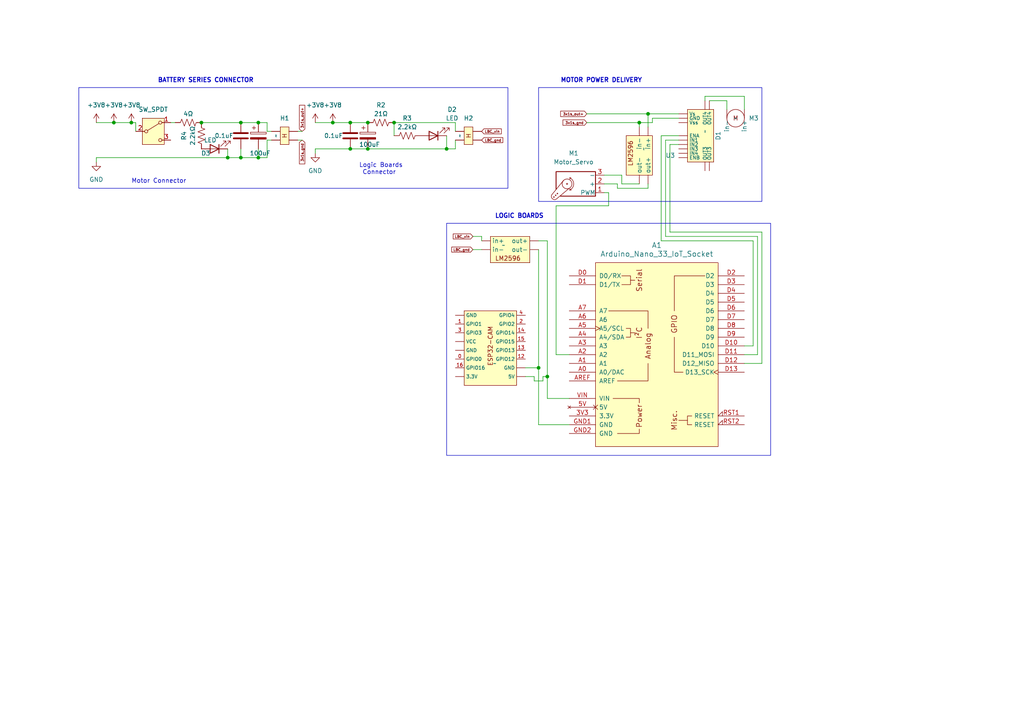
<source format=kicad_sch>
(kicad_sch (version 20230121) (generator eeschema)
  (paper "A4")
  (lib_symbols
    (symbol "2x1_headers_1"
      (property "Reference" "H" (at 0 0 0))
      (symbol "2x1_headers_1_1_1"
        (rectangle (start -2.54 1.27) (end 2.54 -1.27) (fill (type background)))
        (text "H\n" (at 0 0 0) (effects (font (size 1.27 1.27))))
        (pin input line (at -1.27 -3.81 90) (length 2.54) (name "") (number ""))
        (pin output line (at -1.27 3.81 270) (length 2.54) (name "") (number ""))
        (pin input line (at 1.27 -3.81 90) (length 2.54) (name "") (number ""))
        (pin output line (at 1.27 3.81 270) (length 2.54) (name "") (number ""))
      )
    )
    (symbol "Device:C" (pin_numbers hide) (pin_names (offset 0.254))
      (property "Reference" "C" (at 0.635 2.54 0))
      (property "Value" "C" (at 0.635 -2.54 0))
      (symbol "C_0_1"
        (polyline (pts (xy -2.032 -0.762) (xy 2.032 -0.762)) (stroke (width 0.508)))
        (polyline (pts (xy -2.032 0.762) (xy 2.032 0.762)) (stroke (width 0.508)))
      )
      (symbol "C_1_1"
        (pin passive line (at 0 3.81 270) (length 2.794) (name "~") (number "1"))
        (pin passive line (at 0 -3.81 90) (length 2.794) (name "~") (number "2"))
      )
    )
    (symbol "Device:C_Polarized" (pin_numbers hide) (pin_names (offset 0.254))
      (property "Reference" "C" (at 0.635 2.54 0))
      (property "Value" "C_Polarized" (at 0.635 -2.54 0))
      (symbol "C_Polarized_0_1"
        (rectangle (start -2.286 0.508) (end 2.286 1.016))
        (polyline (pts (xy -1.778 2.286) (xy -0.762 2.286)))
        (polyline (pts (xy -1.27 2.794) (xy -1.27 1.778)))
        (rectangle (start 2.286 -0.508) (end -2.286 -1.016) (fill (type outline)))
      )
      (symbol "C_Polarized_1_1"
        (pin passive line (at 0 3.81 270) (length 2.794) (name "~") (number "1"))
        (pin passive line (at 0 -3.81 90) (length 2.794) (name "~") (number "2"))
      )
    )
    (symbol "Device:LED" (pin_numbers hide) (pin_names (offset 1.016) hide)
      (property "Reference" "D" (at 0 2.54 0))
      (property "Value" "LED" (at 0 -2.54 0))
      (symbol "LED_0_1"
        (polyline (pts (xy -1.27 -1.27) (xy -1.27 1.27)) (stroke (width 0.254)))
        (polyline (pts (xy -1.27 0) (xy 1.27 0)))
        (polyline (pts (xy 1.27 -1.27) (xy 1.27 1.27) (xy -1.27 0) (xy 1.27 -1.27)) (stroke (width 0.254)))
        (polyline (pts (xy -3.048 -0.762) (xy -4.572 -2.286) (xy -3.81 -2.286) (xy -4.572 -2.286) (xy -4.572 -1.524)))
        (polyline (pts (xy -1.778 -0.762) (xy -3.302 -2.286) (xy -2.54 -2.286) (xy -3.302 -2.286) (xy -3.302 -1.524)))
      )
      (symbol "LED_1_1"
        (pin passive line (at -3.81 0 0) (length 2.54) (name "K") (number "1"))
        (pin passive line (at 3.81 0 180) (length 2.54) (name "A") (number "2"))
      )
    )
    (symbol "Device:R_US" (pin_numbers hide) (pin_names (offset 0))
      (property "Reference" "R" (at 2.54 0 90))
      (property "Value" "R_US" (at -2.54 0 90))
      (symbol "R_US_0_1"
        (polyline (pts (xy 0 -2.286) (xy 0 -2.54)))
        (polyline (pts (xy 0 2.286) (xy 0 2.54)))
        (polyline (pts (xy 0 -0.762) (xy 1.016 -1.143) (xy 0 -1.524) (xy -1.016 -1.905) (xy 0 -2.286)))
        (polyline (pts (xy 0 0.762) (xy 1.016 0.381) (xy 0 0) (xy -1.016 -0.381) (xy 0 -0.762)))
        (polyline (pts (xy 0 2.286) (xy 1.016 1.905) (xy 0 1.524) (xy -1.016 1.143) (xy 0 0.762)))
      )
      (symbol "R_US_1_1"
        (pin passive line (at 0 3.81 270) (length 1.27) (name "~") (number "1"))
        (pin passive line (at 0 -3.81 90) (length 1.27) (name "~") (number "2"))
      )
    )
    (symbol "ESP32-CAM_1"
      (property "Reference" "M" (at 0 0 0))
      (symbol "ESP32-CAM_1_1_1"
        (rectangle (start -6.35 6.35) (end 8.89 -15.24) (fill (type background)))
        (text "ESP32-CAM\n" (at 1.27 -5.08 900) (effects (font (size 1.27 1.27))))
        (pin input line (at 11.43 3.81 180) (length 2.54) (name "3.3V") (number ""))
        (pin input line (at -8.89 3.81 0) (length 2.54) (name "5V") (number ""))
        (pin input line (at -8.89 1.27 0) (length 2.54) (name "GND") (number ""))
        (pin input line (at 11.43 -13.97 180) (length 2.54) (name "GND") (number ""))
        (pin input line (at 11.43 -3.81 180) (length 2.54) (name "GND") (number ""))
        (pin input line (at 11.43 -6.35 180) (length 2.54) (name "VCC") (number ""))
        (pin bidirectional line (at 11.43 -1.27 180) (length 2.54) (name "GPIO0") (number "0"))
        (pin bidirectional line (at 11.43 -11.43 180) (length 2.54) (name "GPIO1") (number "1"))
        (pin bidirectional line (at -8.89 -1.27 0) (length 2.54) (name "GPIO12") (number "12"))
        (pin bidirectional line (at -8.89 -3.81 0) (length 2.54) (name "GPIO13") (number "13"))
        (pin bidirectional line (at -8.89 -8.89 0) (length 2.54) (name "GPIO14") (number "14"))
        (pin bidirectional line (at -8.89 -6.35 0) (length 2.54) (name "GPIO15") (number "15"))
        (pin bidirectional line (at 11.43 1.27 180) (length 2.54) (name "GPIO16") (number "16"))
        (pin bidirectional line (at -8.89 -11.43 0) (length 2.54) (name "GPIO2") (number "2"))
        (pin bidirectional line (at 11.43 -8.89 180) (length 2.54) (name "GPIO3") (number "3"))
        (pin bidirectional line (at -8.89 -13.97 0) (length 2.54) (name "GPIO4") (number "4"))
      )
    )
    (symbol "Motor:Motor_Servo" (pin_names (offset 0.0254))
      (property "Reference" "M" (at -5.08 4.445 0))
      (property "Value" "Motor_Servo" (at -5.08 -4.064 0))
      (symbol "Motor_Servo_0_1"
        (polyline (pts (xy 2.413 -1.778) (xy 2.032 -1.778)))
        (polyline (pts (xy 2.413 -1.778) (xy 2.286 -1.397)))
        (polyline (pts (xy 2.413 1.778) (xy 1.905 1.778)))
        (polyline (pts (xy 2.413 1.778) (xy 2.286 1.397)))
        (polyline (pts (xy 6.35 4.445) (xy 2.54 1.27)))
        (polyline (pts (xy 7.62 3.175) (xy 4.191 -1.016)))
        (polyline (pts (xy 5.08 3.556) (xy -5.08 3.556) (xy -5.08 -3.556) (xy 6.35 -3.556) (xy 6.35 1.524)) (stroke (width 0.254)))
        (arc (start 2.413 1.778) (mid 1.2406 0) (end 2.413 -1.778))
        (circle (center 3.175 0) (radius 0.1778))
        (circle (center 3.175 0) (radius 1.4224))
        (circle (center 5.969 2.794) (radius 0.127))
        (circle (center 6.477 3.302) (radius 0.127))
        (circle (center 6.985 3.81) (radius 0.127))
        (arc (start 7.62 3.175) (mid 7.4485 4.2735) (end 6.35 4.445))
      )
      (symbol "Motor_Servo_1_1"
        (pin passive line (at -7.62 2.54 0) (length 2.54) (name "PWM") (number "1"))
        (pin passive line (at -7.62 0 0) (length 2.54) (name "+") (number "2"))
        (pin passive line (at -7.62 -2.54 0) (length 2.54) (name "-") (number "3"))
      )
    )
    (symbol "PCM_arduino-library:Arduino_Nano_33_IoT_Socket" (pin_names (offset 1.016))
      (property "Reference" "A" (at 0 33.02 0))
      (property "Value" "Arduino_Nano_33_IoT_Socket" (at 0 29.21 0))
      (symbol "Arduino_Nano_33_IoT_Socket_0_0"
        (rectangle (start -17.78 26.67) (end 17.78 -26.67) (fill (type background)))
        (polyline (pts (xy -7.62 6.35) (xy -6.35 6.35)))
        (polyline (pts (xy -7.62 21.59) (xy -6.35 21.59)))
        (polyline (pts (xy 8.89 -19.05) (xy 6.35 -19.05)))
        (polyline (pts (xy -11.43 -22.86) (xy -5.08 -22.86) (xy -5.08 -21.59)))
        (polyline (pts (xy -5.08 -13.97) (xy -5.08 -12.7) (xy -12.7 -12.7)))
        (polyline (pts (xy -10.16 22.86) (xy -7.62 22.86) (xy -7.62 20.32) (xy -10.16 20.32)))
        (polyline (pts (xy -8.89 7.62) (xy -7.62 7.62) (xy -7.62 5.08) (xy -8.89 5.08)))
        (text "Analog" (at -2.54 2.54 900) (effects (font (size 1.524 1.524))))
        (text "I²C" (at -5.08 6.35 900) (effects (font (size 1.524 1.524))))
        (text "Misc." (at 5.08 -19.05 900) (effects (font (size 1.524 1.524))))
        (text "Power" (at -5.08 -17.78 900) (effects (font (size 1.524 1.524))))
        (text "Serial" (at -5.08 21.59 900) (effects (font (size 1.524 1.524))))
      )
      (symbol "Arduino_Nano_33_IoT_Socket_0_1"
        (polyline (pts (xy -13.97 12.7) (xy -2.54 12.7) (xy -2.54 7.62)))
        (polyline (pts (xy -11.43 -7.62) (xy -2.54 -7.62) (xy -2.54 -2.54)))
        (polyline (pts (xy 7.62 -5.08) (xy 5.08 -5.08) (xy 5.08 5.08)))
        (polyline (pts (xy 13.97 22.86) (xy 5.08 22.86) (xy 5.08 12.7)))
        (polyline (pts (xy 10.16 -17.78) (xy 8.89 -17.78) (xy 8.89 -20.32) (xy 10.16 -20.32)))
      )
      (symbol "Arduino_Nano_33_IoT_Socket_1_0"
        (text "GPIO" (at 5.08 8.89 900) (effects (font (size 1.524 1.524))))
      )
      (symbol "Arduino_Nano_33_IoT_Socket_1_1"
        (pin power_in line (at -25.4 -17.78 0) (length 7.62) (name "3.3V") (number "3V3"))
        (pin no_connect non_logic (at -25.4 -15.24 0) (length 7.62) (name "5V") (number "5V"))
        (pin bidirectional line (at -25.4 -5.08 0) (length 7.62) (name "A0/DAC") (number "A0"))
        (pin bidirectional line (at -25.4 -2.54 0) (length 7.62) (name "A1") (number "A1"))
        (pin bidirectional line (at -25.4 0 0) (length 7.62) (name "A2") (number "A2"))
        (pin bidirectional line (at -25.4 2.54 0) (length 7.62) (name "A3") (number "A3"))
        (pin bidirectional line (at -25.4 5.08 0) (length 7.62) (name "A4/SDA") (number "A4"))
        (pin bidirectional clock (at -25.4 7.62 0) (length 7.62) (name "A5/SCL") (number "A5"))
        (pin input line (at -25.4 10.16 0) (length 7.62) (name "A6") (number "A6"))
        (pin input line (at -25.4 12.7 0) (length 7.62) (name "A7") (number "A7"))
        (pin input line (at -25.4 -7.62 0) (length 7.62) (name "AREF") (number "AREF"))
        (pin bidirectional line (at -25.4 22.86 0) (length 7.62) (name "D0/RX") (number "D0"))
        (pin bidirectional line (at -25.4 20.32 0) (length 7.62) (name "D1/TX") (number "D1"))
        (pin bidirectional line (at 25.4 2.54 180) (length 7.62) (name "D10") (number "D10"))
        (pin bidirectional line (at 25.4 0 180) (length 7.62) (name "D11_MOSI") (number "D11"))
        (pin bidirectional line (at 25.4 -2.54 180) (length 7.62) (name "D12_MISO") (number "D12"))
        (pin bidirectional clock (at 25.4 -5.08 180) (length 7.62) (name "D13_SCK") (number "D13"))
        (pin bidirectional line (at 25.4 22.86 180) (length 7.62) (name "D2") (number "D2"))
        (pin bidirectional line (at 25.4 20.32 180) (length 7.62) (name "D3") (number "D3"))
        (pin bidirectional line (at 25.4 17.78 180) (length 7.62) (name "D4") (number "D4"))
        (pin bidirectional line (at 25.4 15.24 180) (length 7.62) (name "D5") (number "D5"))
        (pin bidirectional line (at 25.4 12.7 180) (length 7.62) (name "D6") (number "D6"))
        (pin bidirectional line (at 25.4 10.16 180) (length 7.62) (name "D7") (number "D7"))
        (pin bidirectional line (at 25.4 7.62 180) (length 7.62) (name "D8") (number "D8"))
        (pin bidirectional line (at 25.4 5.08 180) (length 7.62) (name "D9") (number "D9"))
        (pin power_in line (at -25.4 -20.32 0) (length 7.62) (name "GND") (number "GND1"))
        (pin power_in line (at -25.4 -22.86 0) (length 7.62) (name "GND") (number "GND2"))
        (pin open_collector input_low (at 25.4 -17.78 180) (length 7.62) (name "RESET") (number "RST1"))
        (pin open_collector input_low (at 25.4 -20.32 180) (length 7.62) (name "RESET") (number "RST2"))
        (pin power_in line (at -25.4 -12.7 0) (length 7.62) (name "VIN") (number "VIN"))
      )
    )
    (symbol "Switch:SW_SPDT" (pin_names (offset 0) hide)
      (property "Reference" "SW" (at 0 5.08 0))
      (property "Value" "SW_SPDT" (at 0 -5.08 0))
      (symbol "SW_SPDT_0_1"
        (circle (center -2.032 0) (radius 0.4572))
        (polyline (pts (xy -1.651 0.254) (xy 1.651 2.286)))
        (circle (center 2.032 -2.54) (radius 0.4572))
        (circle (center 2.032 2.54) (radius 0.4572))
      )
      (symbol "SW_SPDT_1_1"
        (rectangle (start -3.175 3.81) (end 3.175 -3.81) (fill (type background)))
        (pin passive line (at 5.08 2.54 180) (length 2.54) (name "A") (number "1"))
        (pin passive line (at -5.08 0 0) (length 2.54) (name "B") (number "2"))
        (pin passive line (at 5.08 -2.54 180) (length 2.54) (name "C") (number "3"))
      )
    )
    (symbol "additional_symbols:2x1_headers"
      (property "Reference" "H" (at 0 0 0))
      (symbol "2x1_headers_1_1"
        (rectangle (start -2.54 1.27) (end 2.54 -1.27) (fill (type background)))
        (text "H\n" (at 0 0 0) (effects (font (size 1.27 1.27))))
        (pin input line (at -1.27 -3.81 90) (length 2.54) (name "") (number ""))
        (pin output line (at -1.27 3.81 270) (length 2.54) (name "") (number ""))
        (pin input line (at 1.27 -3.81 90) (length 2.54) (name "") (number ""))
        (pin output line (at 1.27 3.81 270) (length 2.54) (name "") (number ""))
      )
    )
    (symbol "additional_symbols:33JPF"
      (property "Reference" "M" (at 0 0 0))
      (symbol "33JPF_0_1"
        (circle (center 0 0) (radius 2.54))
      )
      (symbol "33JPF_1_1"
        (text "M" (at 0 0 0) (effects (font (size 1.27 1.27))))
        (pin input line (at 2.54 2.54 270) (length 2.54) (name "in+") (number ""))
        (pin input line (at -2.54 2.54 270) (length 2.54) (name "in-") (number ""))
      )
    )
    (symbol "additional_symbols:L298N_Module"
      (property "Reference" "D" (at 0 -3.81 0))
      (symbol "L298N_Module_1_1"
        (rectangle (start -6.35 2.54) (end 8.89 -5.08) (fill (type background)))
        (pin input line (at 1.27 -7.62 90) (length 2.54) (name "ENA") (number ""))
        (pin input line (at 7.62 -7.62 90) (length 2.54) (name "ENB") (number ""))
        (pin input line (at -3.81 -7.62 90) (length 2.54) (name "GND") (number ""))
        (pin input line (at 2.54 -7.62 90) (length 2.54) (name "IN1") (number ""))
        (pin input line (at 3.81 -7.62 90) (length 2.54) (name "IN2") (number ""))
        (pin input line (at 5.08 -7.62 90) (length 2.54) (name "IN3") (number ""))
        (pin input line (at 6.35 -7.62 90) (length 2.54) (name "IN4") (number ""))
        (pin output line (at 11.43 0 180) (length 2.54) (name "OUT3") (number ""))
        (pin output line (at 11.43 1.27 180) (length 2.54) (name "OUT3") (number ""))
        (pin output line (at -8.89 0 0) (length 2.54) (name "OUT4") (number ""))
        (pin output line (at -8.89 1.27 0) (length 2.54) (name "OUT4") (number ""))
        (pin input line (at -5.08 -7.62 90) (length 2.54) (name "Vs") (number ""))
        (pin input line (at -2.54 -7.62 90) (length 2.54) (name "Vss") (number ""))
      )
    )
    (symbol "additional_symbols:LM2596"
      (property "Reference" "U2" (at 1.905 5.08 0))
      (property "Value" "~" (at 0 0 0))
      (symbol "LM2596_1_1"
        (rectangle (start -3.81 2.54) (end 7.62 -5.08) (fill (type background)))
        (text "LM2596\n" (at 1.27 -3.81 0) (effects (font (size 1.27 1.27))))
        (pin input line (at -6.35 1.27 0) (length 2.54) (name "in+") (number ""))
        (pin input line (at -6.35 -1.27 0) (length 2.54) (name "in-") (number ""))
        (pin output line (at 10.16 1.27 180) (length 2.54) (name "out+") (number ""))
        (pin output line (at 10.16 -1.27 180) (length 2.54) (name "out-") (number ""))
      )
    )
    (symbol "power:+3V8" (power) (pin_names (offset 0))
      (property "Value" "+3V8" (at 0 3.556 0))
      (symbol "+3V8_0_1"
        (polyline (pts (xy -0.762 1.27) (xy 0 2.54)))
        (polyline (pts (xy 0 0) (xy 0 2.54)))
        (polyline (pts (xy 0 2.54) (xy 0.762 1.27)))
      )
      (symbol "+3V8_1_1"
        (pin power_in line (at 0 0 90) (length 0) hide (name "+3V8") (number "1"))
      )
    )
    (symbol "power:GND" (power) (pin_names (offset 0))
      (property "Value" "GND" (at 0 -3.81 0))
      (symbol "GND_0_1"
        (polyline (pts (xy 0 0) (xy 0 -1.27) (xy 1.27 -1.27) (xy 0 -2.54) (xy -1.27 -1.27) (xy 0 -1.27)))
      )
      (symbol "GND_1_1"
        (pin power_in line (at 0 0 270) (length 0) hide (name "GND") (number "1"))
      )
    )
  )
  (junction (at 33.02 35.56))
  (junction (at 185.42 35.56))
  (junction (at 69.85 45.72))
  (junction (at 96.52 35.56))
  (junction (at 187.96 33.02))
  (junction (at 106.68 35.56))
  (junction (at 106.68 43.18))
  (junction (at 114.3 35.56))
  (junction (at 74.93 35.56))
  (junction (at 158.75 109.22))
  (junction (at 58.42 35.56))
  (junction (at 66.04 45.72))
  (junction (at 129.54 43.18))
  (junction (at 156.21 106.68))
  (junction (at 38.1 35.56))
  (junction (at 74.93 45.72))
  (junction (at 101.6 35.56))
  (junction (at 69.85 35.56))
  (junction (at 101.6 43.18))
  (wire (pts (xy 196.85 39.37) (xy 191.77 39.37)))
  (wire (pts (xy 77.47 38.1) (xy 78.74 38.1)))
  (wire (pts (xy 69.85 45.72) (xy 69.85 43.18)))
  (wire (pts (xy 33.02 35.56) (xy 38.1 35.56)))
  (wire (pts (xy 87.63 38.1) (xy 86.36 38.1)))
  (wire (pts (xy 179.07 54.61) (xy 179.07 53.34)))
  (wire (pts (xy 215.9 27.94) (xy 204.47 27.94)))
  (wire (pts (xy 218.44 69.85) (xy 218.44 100.33)))
  (wire (pts (xy 191.77 39.37) (xy 191.77 69.85)))
  (wire (pts (xy 205.74 29.21) (xy 210.82 29.21)))
  (wire (pts (xy 132.08 38.1) (xy 132.08 35.56)))
  (wire (pts (xy 185.42 35.56) (xy 185.42 36.83)))
  (wire (pts (xy 219.71 68.58) (xy 219.71 102.87)))
  (wire (pts (xy 215.9 105.41) (xy 220.98 105.41)))
  (wire (pts (xy 158.75 69.85) (xy 158.75 109.22)))
  (wire (pts (xy 175.26 55.88) (xy 176.53 55.88)))
  (wire (pts (xy 204.47 27.94) (xy 204.47 29.21)))
  (wire (pts (xy 187.96 33.02) (xy 187.96 36.83)))
  (wire (pts (xy 77.47 35.56) (xy 77.47 38.1)))
  (wire (pts (xy 157.48 109.22) (xy 157.48 110.49)))
  (wire (pts (xy 114.3 35.56) (xy 114.3 39.37)))
  (wire (pts (xy 193.04 40.64) (xy 196.85 40.64)))
  (wire (pts (xy 137.16 68.58) (xy 139.7 68.58)))
  (wire (pts (xy 185.42 35.56) (xy 189.23 35.56)))
  (wire (pts (xy 194.31 67.31) (xy 220.98 67.31)))
  (wire (pts (xy 69.85 45.72) (xy 74.93 45.72)))
  (wire (pts (xy 129.54 43.18) (xy 106.68 43.18)))
  (wire (pts (xy 77.47 40.64) (xy 77.47 45.72)))
  (wire (pts (xy 165.1 102.87) (xy 161.29 102.87)))
  (wire (pts (xy 180.34 50.8) (xy 180.34 53.34)))
  (wire (pts (xy 175.26 53.34) (xy 179.07 53.34)))
  (wire (pts (xy 49.53 35.56) (xy 50.8 35.56)))
  (wire (pts (xy 74.93 35.56) (xy 77.47 35.56)))
  (wire (pts (xy 187.96 54.61) (xy 179.07 54.61)))
  (wire (pts (xy 101.6 43.18) (xy 106.68 43.18)))
  (wire (pts (xy 194.31 41.91) (xy 196.85 41.91)))
  (wire (pts (xy 39.37 38.1) (xy 39.37 35.56)))
  (wire (pts (xy 156.21 106.68) (xy 156.21 123.19)))
  (wire (pts (xy 156.21 106.68) (xy 152.4 106.68)))
  (wire (pts (xy 158.75 109.22) (xy 158.75 115.57)))
  (wire (pts (xy 152.4 109.22) (xy 154.94 109.22)))
  (wire (pts (xy 96.52 35.56) (xy 101.6 35.56)))
  (wire (pts (xy 91.44 43.18) (xy 101.6 43.18)))
  (wire (pts (xy 176.53 55.88) (xy 176.53 59.69)))
  (wire (pts (xy 78.74 40.64) (xy 77.47 40.64)))
  (wire (pts (xy 220.98 67.31) (xy 220.98 105.41)))
  (wire (pts (xy 114.3 35.56) (xy 132.08 35.56)))
  (wire (pts (xy 156.21 72.39) (xy 156.21 106.68)))
  (wire (pts (xy 187.96 53.34) (xy 187.96 54.61)))
  (wire (pts (xy 165.1 123.19) (xy 156.21 123.19)))
  (wire (pts (xy 180.34 53.34) (xy 185.42 53.34)))
  (wire (pts (xy 139.7 69.85) (xy 139.7 68.58)))
  (wire (pts (xy 189.23 34.29) (xy 196.85 34.29)))
  (wire (pts (xy 58.42 35.56) (xy 69.85 35.56)))
  (wire (pts (xy 157.48 110.49) (xy 154.94 110.49)))
  (wire (pts (xy 193.04 68.58) (xy 219.71 68.58)))
  (wire (pts (xy 154.94 110.49) (xy 154.94 109.22)))
  (wire (pts (xy 193.04 40.64) (xy 193.04 68.58)))
  (wire (pts (xy 215.9 31.75) (xy 215.9 27.94)))
  (wire (pts (xy 165.1 115.57) (xy 158.75 115.57)))
  (wire (pts (xy 27.94 45.72) (xy 66.04 45.72)))
  (wire (pts (xy 129.54 39.37) (xy 129.54 43.18)))
  (wire (pts (xy 218.44 100.33) (xy 215.9 100.33)))
  (wire (pts (xy 215.9 102.87) (xy 219.71 102.87)))
  (wire (pts (xy 156.21 69.85) (xy 158.75 69.85)))
  (wire (pts (xy 170.18 33.02) (xy 187.96 33.02)))
  (wire (pts (xy 74.93 45.72) (xy 74.93 43.18)))
  (wire (pts (xy 158.75 109.22) (xy 157.48 109.22)))
  (wire (pts (xy 170.18 35.56) (xy 185.42 35.56)))
  (wire (pts (xy 91.44 35.56) (xy 96.52 35.56)))
  (wire (pts (xy 175.26 50.8) (xy 180.34 50.8)))
  (wire (pts (xy 161.29 102.87) (xy 161.29 59.69)))
  (wire (pts (xy 66.04 45.72) (xy 69.85 45.72)))
  (wire (pts (xy 132.08 40.64) (xy 132.08 43.18)))
  (wire (pts (xy 161.29 59.69) (xy 176.53 59.69)))
  (wire (pts (xy 66.04 43.18) (xy 66.04 45.72)))
  (wire (pts (xy 86.36 40.64) (xy 87.63 40.64)))
  (wire (pts (xy 69.85 35.56) (xy 74.93 35.56)))
  (wire (pts (xy 137.16 72.39) (xy 139.7 72.39)))
  (wire (pts (xy 210.82 29.21) (xy 210.82 31.75)))
  (wire (pts (xy 189.23 34.29) (xy 189.23 35.56)))
  (wire (pts (xy 101.6 35.56) (xy 106.68 35.56)))
  (wire (pts (xy 194.31 41.91) (xy 194.31 67.31)))
  (wire (pts (xy 38.1 35.56) (xy 39.37 35.56)))
  (wire (pts (xy 27.94 46.99) (xy 27.94 45.72)))
  (wire (pts (xy 74.93 45.72) (xy 77.47 45.72)))
  (wire (pts (xy 191.77 69.85) (xy 218.44 69.85)))
  (wire (pts (xy 187.96 33.02) (xy 196.85 33.02)))
  (wire (pts (xy 91.44 44.45) (xy 91.44 43.18)))
  (wire (pts (xy 27.94 35.56) (xy 33.02 35.56)))
  (wire (pts (xy 132.08 43.18) (xy 129.54 43.18)))
  (rectangle (start 156.21 25.4) (end 220.98 58.42))
  (rectangle (start 22.86 25.4) (end 147.32 54.61))
  (rectangle (start 129.54 64.77) (end 223.52 132.08))
  (text "BATTERY SERIES CONNECTOR" (at 45.72 24.13 0) (effects (font (size 1.27 1.27) bold) (justify left bottom)))
  (text "MOTOR POWER DELIVERY" (at 162.56 24.13 0) (effects (font (size 1.27 1.27) (thickness 0.254) bold) (justify left bottom)))
  (text "LOGIC BOARDS\n" (at 143.51 63.5 0) (effects (font (size 1.27 1.27) (thickness 0.254) bold) (justify left bottom)))
  (text "Motor Connector\n" (at 38.1 53.34 0) (effects (font (size 1.27 1.27)) (justify left bottom)))
  (text "Logic Boards\n Connector" (at 104.14 50.8 0) (effects (font (size 1.27 1.27)) (justify left bottom)))
  (global_label "3x1s_out+" (shape input) (at 170.18 33.02 180) (effects (font (size 0.75 0.75) bold)) (property "Intersheetrefs" "${INTERSHEET_REFS}" (effects hide)))
  (global_label "3x1s_out+" (shape input) (at 87.63 38.1 90) (effects (font (size 0.75 0.75) bold)) (property "Intersheetrefs" "${INTERSHEET_REFS}" (effects hide)))
  (global_label "LBC_vin" (shape input) (at 137.16 68.58 180) (effects (font (size 0.75 0.75))) (property "Intersheetrefs" "${INTERSHEET_REFS}" (effects hide)))
  (global_label "LBC_vin" (shape input) (at 139.7 38.1 0) (effects (font (size 0.75 0.75))) (property "Intersheetrefs" "${INTERSHEET_REFS}" (effects hide)))
  (global_label "LBC_gnd" (shape input) (at 139.7 40.64 0) (effects (font (size 0.75 0.75))) (property "Intersheetrefs" "${INTERSHEET_REFS}" (effects hide)))
  (global_label "LBC_gnd" (shape input) (at 137.16 72.39 180) (effects (font (size 0.75 0.75))) (property "Intersheetrefs" "${INTERSHEET_REFS}" (effects hide)))
  (global_label "3x1s_gnd" (shape input) (at 170.18 35.56 180) (effects (font (size 0.75 0.75) bold)) (property "Intersheetrefs" "${INTERSHEET_REFS}" (effects hide)))
  (global_label "3x1s_gnd" (shape input) (at 87.63 40.64 270) (effects (font (size 0.75 0.75) bold)) (property "Intersheetrefs" "${INTERSHEET_REFS}" (effects hide)))
  (symbol (lib_id "power:+3V8") (at 96.52 35.56 0) (unit 1)
    (property "Reference" "#PWR07" (effects hide))
    (property "Value" "+3V8" (at 96.52 30.48 0))
  )
  (symbol (lib_name "2x1_headers_1") (lib_id "additional_symbols:2x1_headers") (at 135.89 39.37 90) (unit 1)
    (property "Reference" "H2" (at 135.89 34.29 90))
    (property "Value" "~" (at 133.35 39.37 0))
  )
  (symbol (lib_id "power:+3V8") (at 27.94 35.56 0) (unit 1)
    (property "Reference" "#PWR02" (effects hide))
    (property "Value" "+3V8" (at 27.94 30.48 0))
  )
  (symbol (lib_id "Device:LED") (at 62.23 43.18 180) (unit 1)
    (property "Reference" "D3" (at 59.69 44.45 0))
    (property "Value" "LED" (at 60.96 40.64 0))
  )
  (symbol (lib_id "Device:C_Polarized") (at 74.93 39.37 0) (unit 1)
    (property "Reference" "C6" (effects hide))
    (property "Value" "100uF" (at 72.39 44.45 0) (effects (justify left)))
  )
  (symbol (lib_id "Device:C") (at 69.85 39.37 0) (unit 1)
    (property "Reference" "C5" (effects hide))
    (property "Value" "0.1uF" (at 62.23 39.37 0) (effects (justify left)))
  )
  (symbol (lib_id "Switch:SW_SPDT") (at 44.45 38.1 0) (unit 1)
    (property "Reference" "SW1" (effects hide))
    (property "Value" "SW_SPDT" (at 44.45 31.75 0))
  )
  (symbol (lib_id "Device:C_Polarized") (at 106.68 39.37 0) (unit 1)
    (property "Reference" "C4" (effects hide))
    (property "Value" "100uF" (at 104.14 41.91 0) (effects (justify left)))
  )
  (symbol (lib_id "power:+3V8") (at 38.1 35.56 0) (unit 1)
    (property "Reference" "#PWR04" (effects hide))
    (property "Value" "+3V8" (at 38.1 30.48 0))
  )
  (symbol (lib_id "additional_symbols:33JPF") (at 213.36 34.29 0) (unit 1)
    (property "Reference" "M3" (at 217.17 34.29 0) (effects (justify left)))
    (property "Value" "~" (at 213.36 34.29 0))
  )
  (symbol (lib_id "Device:R_US") (at 58.42 39.37 180) (unit 1)
    (property "Reference" "R4" (at 53.34 39.37 90))
    (property "Value" "2.2kΩ" (at 55.88 39.37 90))
  )
  (symbol (lib_id "Device:R_US") (at 54.61 35.56 90) (unit 1)
    (property "Reference" "R1" (effects hide))
    (property "Value" "4Ω" (at 54.61 33.02 90))
  )
  (symbol (lib_id "additional_symbols:LM2596") (at 186.69 43.18 270) (unit 1)
    (property "Reference" "U3" (at 193.04 45.085 90) (effects (justify left)))
    (property "Value" "~" (at 186.69 43.18 0))
  )
  (symbol (lib_id "Device:LED") (at 125.73 39.37 180) (unit 1)
    (property "Reference" "D2" (at 131.1275 31.75 0))
    (property "Value" "LED" (at 131.1275 34.29 0))
  )
  (symbol (lib_id "additional_symbols:L298N_Module") (at 204.47 38.1 270) (unit 1)
    (property "Reference" "D1" (at 208.28 39.37 0))
    (property "Value" "~" (at 204.47 38.1 0))
  )
  (symbol (lib_id "power:+3V8") (at 33.02 35.56 0) (unit 1)
    (property "Reference" "#PWR03" (effects hide))
    (property "Value" "+3V8" (at 33.02 30.48 0))
  )
  (symbol (lib_id "additional_symbols:2x1_headers") (at 82.55 39.37 90) (unit 1)
    (property "Reference" "H1" (at 82.55 34.29 90))
    (property "Value" "~" (at 80.01 39.37 0))
  )
  (symbol (lib_id "Device:R_US") (at 110.49 35.56 90) (unit 1)
    (property "Reference" "R2" (at 110.49 30.48 90))
    (property "Value" "21Ω" (at 110.49 33.02 90))
  )
  (symbol (lib_id "PCM_arduino-library:Arduino_Nano_33_IoT_Socket") (at 190.5 102.87 0) (unit 1)
    (property "Reference" "A1" (at 190.5 71.12 0) (effects (font (size 1.524 1.524))))
    (property "Value" "Arduino_Nano_33_IoT_Socket" (at 190.5 73.66 0) (effects (font (size 1.524 1.524))))
    (property "Footprint" "PCM_arduino-library:Arduino_Nano_33_IoT_Socket" (effects hide))
    (property "Datasheet" "https://docs.arduino.cc/hardware/nano-33-iot" (effects hide))
  )
  (symbol (lib_id "Device:C") (at 101.6 39.37 0) (unit 1)
    (property "Reference" "C1" (effects hide))
    (property "Value" "0.1uF" (at 93.98 39.37 0) (effects (justify left)))
  )
  (symbol (lib_id "power:+3V8") (at 91.44 35.56 0) (unit 1)
    (property "Reference" "#PWR01" (effects hide))
    (property "Value" "+3V8" (at 91.44 30.48 0))
  )
  (symbol (lib_id "power:GND") (at 91.44 44.45 0) (unit 1)
    (property "Reference" "#PWR06" (effects hide))
    (property "Value" "GND" (at 91.44 49.53 0))
  )
  (symbol (lib_id "power:GND") (at 27.94 46.99 0) (unit 1)
    (property "Reference" "#PWR05" (effects hide))
    (property "Value" "GND" (at 27.94 52.07 0))
  )
  (symbol (lib_name "ESP32-CAM_1") (lib_id "additional_symbols:ESP32-CAM") (at 143.51 105.41 180) (unit 1)
    (property "Reference" "M2" (effects hide))
    (property "Value" "~" (at 143.51 105.41 0))
  )
  (symbol (lib_id "Motor:Motor_Servo") (at 167.64 53.34 180) (unit 1)
    (property "Reference" "M1" (at 166.3811 44.45 0))
    (property "Value" "Motor_Servo" (at 166.3811 46.99 0))
    (property "Datasheet" "http://forums.parallax.com/uploads/attachments/46831/74481.png" (effects hide))
  )
  (symbol (lib_id "Device:R_US") (at 118.11 39.37 90) (unit 1)
    (property "Reference" "R3" (at 118.11 34.29 90))
    (property "Value" "2.2kΩ" (at 118.11 36.83 90))
  )
  (symbol (lib_id "additional_symbols:LM2596") (at 146.05 71.12 0) (unit 1)
    (property "Reference" "U1" (effects hide))
    (property "Value" "~" (at 146.05 71.12 0))
  )
)
</source>
